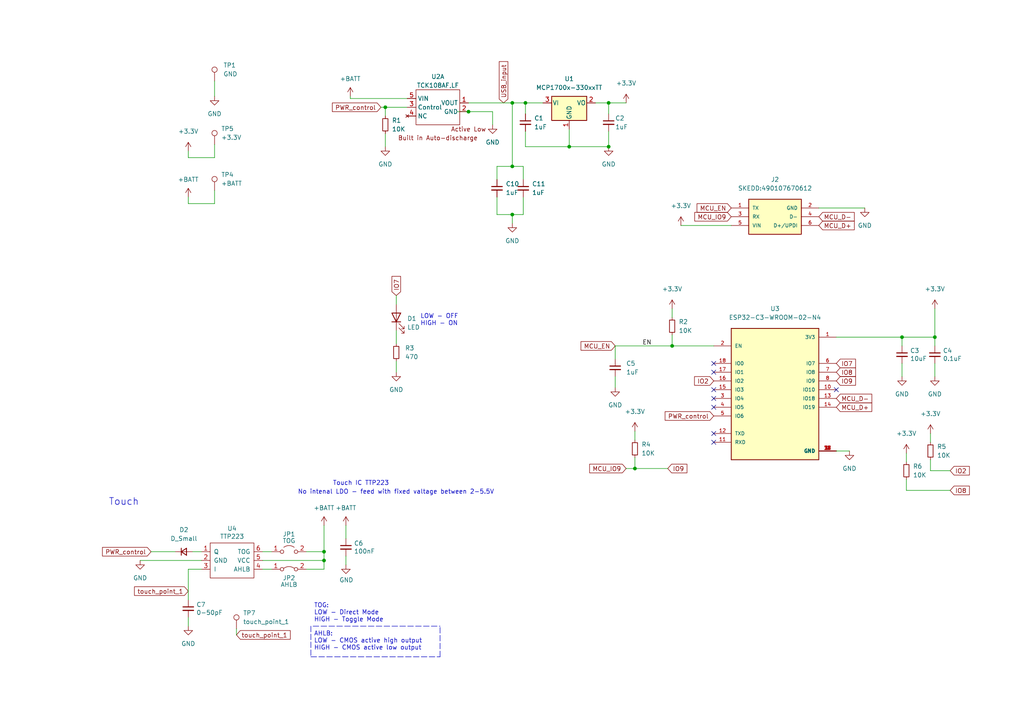
<source format=kicad_sch>
(kicad_sch (version 20211123) (generator eeschema)
  (paper "A4")
  (title_block (title "<<ID>>_<<project_name>>") (date "<<date>>") (rev "<<version>>") (comment 4 "<<hash>>"))
  (lib_symbols
    (symbol "Connector:TestPoint" (pin_numbers hide) (pin_names (offset 0.762) hide)
      (property "Reference" "TP" (at 0 6.858 0))
      (property "Value" "TestPoint" (at 0 5.08 0))
      (symbol "TestPoint_0_1"
        (circle (center 0 3.302) (radius 0.762))
      )
      (symbol "TestPoint_1_1"
        (pin passive line (at 0 0 90) (length 2.54) (name "1") (number "1"))
      )
    )
    (symbol "Connector:USB_C_Receptacle" (pin_names (offset 1.016))
      (property "Reference" "J" (at -10.16 29.21 0))
      (property "Value" "USB_C_Receptacle" (at 10.16 29.21 0))
      (symbol "USB_C_Receptacle_0_0"
        (rectangle (start -0.254 -35.56) (end 0.254 -34.544))
        (rectangle (start 10.16 -32.766) (end 9.144 -33.274))
        (rectangle (start 10.16 -30.226) (end 9.144 -30.734))
        (rectangle (start 10.16 -25.146) (end 9.144 -25.654))
        (rectangle (start 10.16 -22.606) (end 9.144 -23.114))
        (rectangle (start 10.16 -17.526) (end 9.144 -18.034))
        (rectangle (start 10.16 -14.986) (end 9.144 -15.494))
        (rectangle (start 10.16 -9.906) (end 9.144 -10.414))
        (rectangle (start 10.16 -7.366) (end 9.144 -7.874))
        (rectangle (start 10.16 -2.286) (end 9.144 -2.794))
        (rectangle (start 10.16 0.254) (end 9.144 -0.254))
        (rectangle (start 10.16 5.334) (end 9.144 4.826))
        (rectangle (start 10.16 7.874) (end 9.144 7.366))
        (rectangle (start 10.16 10.414) (end 9.144 9.906))
        (rectangle (start 10.16 12.954) (end 9.144 12.446))
        (rectangle (start 10.16 18.034) (end 9.144 17.526))
        (rectangle (start 10.16 20.574) (end 9.144 20.066))
        (rectangle (start 10.16 25.654) (end 9.144 25.146))
      )
      (symbol "USB_C_Receptacle_0_1"
        (rectangle (start -10.16 27.94) (end 10.16 -35.56) (stroke (width 0.254)) (fill (type background)))
        (arc (start -8.89 -3.81) (mid -6.985 -5.715) (end -5.08 -3.81) (stroke (width 0.508)))
        (arc (start -7.62 -3.81) (mid -6.985 -4.445) (end -6.35 -3.81) (stroke (width 0.254)))
        (arc (start -7.62 -3.81) (mid -6.985 -4.445) (end -6.35 -3.81) (stroke (width 0.254)) (fill (type outline)))
        (rectangle (start -7.62 -3.81) (end -6.35 3.81) (stroke (width 0.254)) (fill (type outline)))
        (arc (start -6.35 3.81) (mid -6.985 4.445) (end -7.62 3.81) (stroke (width 0.254)))
        (arc (start -6.35 3.81) (mid -6.985 4.445) (end -7.62 3.81) (stroke (width 0.254)) (fill (type outline)))
        (arc (start -5.08 3.81) (mid -6.985 5.715) (end -8.89 3.81) (stroke (width 0.508)))
        (polyline (pts (xy -8.89 -3.81) (xy -8.89 3.81)) (stroke (width 0.508)))
        (polyline (pts (xy -5.08 3.81) (xy -5.08 -3.81)) (stroke (width 0.508)))
      )
      (symbol "USB_C_Receptacle_1_1"
        (circle (center -2.54 1.143) (radius 0.635) (stroke (width 0.254)) (fill (type outline)))
        (circle (center 0 -5.842) (radius 1.27) (fill (type outline)))
        (polyline (pts (xy 0 -5.842) (xy 0 4.318)) (stroke (width 0.508)))
        (polyline (pts (xy 0 -3.302) (xy -2.54 -0.762) (xy -2.54 0.508)) (stroke (width 0.508)))
        (polyline (pts (xy 0 -2.032) (xy 2.54 0.508) (xy 2.54 1.778)) (stroke (width 0.508)))
        (polyline (pts (xy -1.27 4.318) (xy 0 6.858) (xy 1.27 4.318) (xy -1.27 4.318)) (stroke (width 0.254)) (fill (type outline)))
        (rectangle (start 1.905 1.778) (end 3.175 3.048) (stroke (width 0.254)) (fill (type outline)))
        (pin passive line (at 0 -40.64 90) (length 5.08) (name "GND") (number "A1"))
        (pin bidirectional line (at 15.24 -15.24 180) (length 5.08) (name "RX2-") (number "A10"))
        (pin bidirectional line (at 15.24 -17.78 180) (length 5.08) (name "RX2+") (number "A11"))
        (pin passive line (at 0 -40.64 90) (length 5.08) hide (name "GND") (number "A12"))
        (pin bidirectional line (at 15.24 -10.16 180) (length 5.08) (name "TX1+") (number "A2"))
        (pin bidirectional line (at 15.24 -7.62 180) (length 5.08) (name "TX1-") (number "A3"))
        (pin passive line (at 15.24 25.4 180) (length 5.08) (name "VBUS") (number "A4"))
        (pin bidirectional line (at 15.24 20.32 180) (length 5.08) (name "CC1") (number "A5"))
        (pin bidirectional line (at 15.24 7.62 180) (length 5.08) (name "D+") (number "A6"))
        (pin bidirectional line (at 15.24 12.7 180) (length 5.08) (name "D-") (number "A7"))
        (pin bidirectional line (at 15.24 -30.48 180) (length 5.08) (name "SBU1") (number "A8"))
        (pin passive line (at 15.24 25.4 180) (length 5.08) hide (name "VBUS") (number "A9"))
        (pin passive line (at 0 -40.64 90) (length 5.08) hide (name "GND") (number "B1"))
        (pin bidirectional line (at 15.24 0 180) (length 5.08) (name "RX1-") (number "B10"))
        (pin bidirectional line (at 15.24 -2.54 180) (length 5.08) (name "RX1+") (number "B11"))
        (pin passive line (at 0 -40.64 90) (length 5.08) hide (name "GND") (number "B12"))
        (pin bidirectional line (at 15.24 -25.4 180) (length 5.08) (name "TX2+") (number "B2"))
        (pin bidirectional line (at 15.24 -22.86 180) (length 5.08) (name "TX2-") (number "B3"))
        (pin passive line (at 15.24 25.4 180) (length 5.08) hide (name "VBUS") (number "B4"))
        (pin bidirectional line (at 15.24 17.78 180) (length 5.08) (name "CC2") (number "B5"))
        (pin bidirectional line (at 15.24 5.08 180) (length 5.08) (name "D+") (number "B6"))
        (pin bidirectional line (at 15.24 10.16 180) (length 5.08) (name "D-") (number "B7"))
        (pin bidirectional line (at 15.24 -33.02 180) (length 5.08) (name "SBU2") (number "B8"))
        (pin passive line (at 15.24 25.4 180) (length 5.08) hide (name "VBUS") (number "B9"))
        (pin passive line (at -7.62 -40.64 90) (length 5.08) (name "SHIELD") (number "S1"))
      )
    )
    (symbol "Connector_Generic:Conn_02x03_Odd_Even" (pin_names (offset 1.016) hide)
      (property "Reference" "J" (at 1.27 5.08 0))
      (property "Value" "Conn_02x03_Odd_Even" (at 1.27 -5.08 0))
      (symbol "Conn_02x03_Odd_Even_1_1"
        (rectangle (start -1.27 -2.413) (end 0 -2.667) (stroke (width 0.1524)))
        (rectangle (start -1.27 0.127) (end 0 -0.127) (stroke (width 0.1524)))
        (rectangle (start -1.27 2.667) (end 0 2.413) (stroke (width 0.1524)))
        (rectangle (start -1.27 3.81) (end 3.81 -3.81) (stroke (width 0.254)) (fill (type background)))
        (rectangle (start 3.81 -2.413) (end 2.54 -2.667) (stroke (width 0.1524)))
        (rectangle (start 3.81 0.127) (end 2.54 -0.127) (stroke (width 0.1524)))
        (rectangle (start 3.81 2.667) (end 2.54 2.413) (stroke (width 0.1524)))
        (pin passive line (at -5.08 2.54 0) (length 3.81) (name "Pin_1") (number "1"))
        (pin passive line (at 7.62 2.54 180) (length 3.81) (name "Pin_2") (number "2"))
        (pin passive line (at -5.08 0 0) (length 3.81) (name "Pin_3") (number "3"))
        (pin passive line (at 7.62 0 180) (length 3.81) (name "Pin_4") (number "4"))
        (pin passive line (at -5.08 -2.54 0) (length 3.81) (name "Pin_5") (number "5"))
        (pin passive line (at 7.62 -2.54 180) (length 3.81) (name "Pin_6") (number "6"))
      )
    )
    (symbol "Connector_custom:SKEDD{colon}490107670612" (pin_names (offset 1.016))
      (property "Reference" "J2" (at 0 10.795 0))
      (property "Value" "SKEDD:490107670612" (at 0 8.255 0))
      (symbol "SKEDD{colon}490107670612_0_0"
        (rectangle (start -7.62 -5.08) (end 7.62 5.08) (stroke (width 0.254)) (fill (type background)))
        (pin passive line (at -12.7 2.54 0) (length 5.08) (name "TX") (number "1"))
        (pin passive line (at 12.7 2.54 180) (length 5.08) (name "GND") (number "2"))
        (pin passive line (at -12.7 0 0) (length 5.08) (name "RX") (number "3"))
        (pin passive line (at 12.7 0 180) (length 5.08) (name "D-") (number "4"))
        (pin passive line (at -12.7 -2.54 0) (length 5.08) (name "VIN") (number "5"))
        (pin passive line (at 12.7 -2.54 180) (length 5.08) (name "D+/UPDI") (number "6"))
      )
    )
    (symbol "Device:C_Small" (pin_numbers hide) (pin_names (offset 0.254) hide)
      (property "Reference" "C" (at 0.254 1.778 0))
      (property "Value" "C_Small" (at 0.254 -2.032 0))
      (symbol "C_Small_0_1"
        (polyline (pts (xy -1.524 -0.508) (xy 1.524 -0.508)) (stroke (width 0.3302)))
        (polyline (pts (xy -1.524 0.508) (xy 1.524 0.508)) (stroke (width 0.3048)))
      )
      (symbol "C_Small_1_1"
        (pin passive line (at 0 2.54 270) (length 2.032) (name "~") (number "1"))
        (pin passive line (at 0 -2.54 90) (length 2.032) (name "~") (number "2"))
      )
    )
    (symbol "Device:D_Small" (pin_numbers hide) (pin_names (offset 0.254) hide)
      (property "Reference" "D" (at -1.27 2.032 0))
      (property "Value" "D_Small" (at -3.81 -2.032 0))
      (symbol "D_Small_0_1"
        (polyline (pts (xy -0.762 -1.016) (xy -0.762 1.016)) (stroke (width 0.254)))
        (polyline (pts (xy -0.762 0) (xy 0.762 0)))
        (polyline (pts (xy 0.762 -1.016) (xy -0.762 0) (xy 0.762 1.016) (xy 0.762 -1.016)) (stroke (width 0.254)))
      )
      (symbol "D_Small_1_1"
        (pin passive line (at -2.54 0 0) (length 1.778) (name "K") (number "1"))
        (pin passive line (at 2.54 0 180) (length 1.778) (name "A") (number "2"))
      )
    )
    (symbol "Device:LED" (pin_numbers hide) (pin_names (offset 1.016) hide)
      (property "Reference" "D" (at 0 2.54 0))
      (property "Value" "LED" (at 0 -2.54 0))
      (symbol "LED_0_1"
        (polyline (pts (xy -1.27 -1.27) (xy -1.27 1.27)) (stroke (width 0.254)))
        (polyline (pts (xy -1.27 0) (xy 1.27 0)))
        (polyline (pts (xy 1.27 -1.27) (xy 1.27 1.27) (xy -1.27 0) (xy 1.27 -1.27)) (stroke (width 0.254)))
        (polyline (pts (xy -3.048 -0.762) (xy -4.572 -2.286) (xy -3.81 -2.286) (xy -4.572 -2.286) (xy -4.572 -1.524)))
        (polyline (pts (xy -1.778 -0.762) (xy -3.302 -2.286) (xy -2.54 -2.286) (xy -3.302 -2.286) (xy -3.302 -1.524)))
      )
      (symbol "LED_1_1"
        (pin passive line (at -3.81 0 0) (length 2.54) (name "K") (number "1"))
        (pin passive line (at 3.81 0 180) (length 2.54) (name "A") (number "2"))
      )
    )
    (symbol "Device:R_Small" (pin_numbers hide) (pin_names (offset 0.254) hide)
      (property "Reference" "R" (at 0.762 0.508 0))
      (property "Value" "R_Small" (at 0.762 -1.016 0))
      (symbol "R_Small_0_1"
        (rectangle (start -0.762 1.778) (end 0.762 -1.778) (stroke (width 0.2032)))
      )
      (symbol "R_Small_1_1"
        (pin passive line (at 0 2.54 270) (length 0.762) (name "~") (number "1"))
        (pin passive line (at 0 -2.54 90) (length 0.762) (name "~") (number "2"))
      )
    )
    (symbol "Jumper:Jumper_2_Bridged" (pin_names (offset 0) hide)
      (property "Reference" "JP" (at 0 1.905 0))
      (property "Value" "Jumper_2_Bridged" (at 0 -2.54 0))
      (symbol "Jumper_2_Bridged_0_0"
        (circle (center -2.032 0) (radius 0.508))
        (circle (center 2.032 0) (radius 0.508))
      )
      (symbol "Jumper_2_Bridged_0_1"
        (arc (start 1.524 0.254) (mid 0 0.762) (end -1.524 0.254))
      )
      (symbol "Jumper_2_Bridged_1_1"
        (pin passive line (at -5.08 0 0) (length 2.54) (name "A") (number "1"))
        (pin passive line (at 5.08 0 180) (length 2.54) (name "B") (number "2"))
      )
    )
    (symbol "Jumper:Jumper_2_Open" (pin_names (offset 0) hide)
      (property "Reference" "JP" (at 0 2.794 0))
      (property "Value" "Jumper_2_Open" (at 0 -2.286 0))
      (symbol "Jumper_2_Open_0_0"
        (circle (center -2.032 0) (radius 0.508))
        (circle (center 2.032 0) (radius 0.508))
      )
      (symbol "Jumper_2_Open_0_1"
        (arc (start 1.524 1.27) (mid 0 1.778) (end -1.524 1.27))
      )
      (symbol "Jumper_2_Open_1_1"
        (pin passive line (at -5.08 0 0) (length 2.54) (name "A") (number "1"))
        (pin passive line (at 5.08 0 180) (length 2.54) (name "B") (number "2"))
      )
    )
    (symbol "LEDs:TTP223" (pin_names (offset 1.016))
      (property "Reference" "U1" (at 0 9.271 0))
      (property "Value" "TTP223" (at 0 6.9596 0))
      (symbol "TTP223_0_1"
        (rectangle (start 6.35 -5.08) (end -6.35 5.08))
      )
      (symbol "TTP223_1_1"
        (pin output line (at -8.89 2.54 0) (length 2.54) (name "Q") (number "1"))
        (pin power_in line (at -8.89 0 0) (length 2.54) (name "GND") (number "2"))
        (pin bidirectional line (at -8.89 -2.54 0) (length 2.54) (name "I") (number "3"))
        (pin input line (at 8.89 -2.54 180) (length 2.54) (name "AHLB") (number "4"))
        (pin power_in line (at 8.89 0 180) (length 2.54) (name "VCC") (number "5"))
        (pin input line (at 8.89 2.54 180) (length 2.54) (name "TOG") (number "6"))
      )
    )
    (symbol "MCU_Espressif_custom:ESP32-C3-WROOM-02-N4" (pin_names (offset 1.016))
      (property "Reference" "U" (at -12.7 21.082 0))
      (property "Value" "ESP32-C3-WROOM-02-N4" (at -12.7 -18.542 0))
      (symbol "ESP32-C3-WROOM-02-N4_0_0"
        (rectangle (start -12.7 -17.78) (end 12.7 20.32) (stroke (width 0.254)) (fill (type background)))
        (pin power_in line (at 17.78 17.78 180) (length 5.08) (name "3V3") (number "1"))
        (pin bidirectional line (at 17.78 2.54 180) (length 5.08) (name "IO10") (number "10"))
        (pin bidirectional line (at -17.78 -12.7 0) (length 5.08) (name "RXD") (number "11"))
        (pin bidirectional line (at -17.78 -10.16 0) (length 5.08) (name "TXD") (number "12"))
        (pin bidirectional line (at 17.78 0 180) (length 5.08) (name "IO18") (number "13"))
        (pin bidirectional line (at 17.78 -2.54 180) (length 5.08) (name "IO19") (number "14"))
        (pin bidirectional line (at -17.78 2.54 0) (length 5.08) (name "IO3") (number "15"))
        (pin bidirectional line (at -17.78 5.08 0) (length 5.08) (name "IO2") (number "16"))
        (pin bidirectional line (at -17.78 7.62 0) (length 5.08) (name "IO1") (number "17"))
        (pin bidirectional line (at -17.78 10.16 0) (length 5.08) (name "IO0") (number "18"))
        (pin power_in line (at 17.78 -15.24 180) (length 5.08) (name "GND") (number "19"))
        (pin input line (at -17.78 15.24 0) (length 5.08) (name "EN") (number "2"))
        (pin power_in line (at 17.78 -15.24 180) (length 5.08) (name "GND") (number "20"))
        (pin power_in line (at 17.78 -15.24 180) (length 5.08) (name "GND") (number "21"))
        (pin power_in line (at 17.78 -15.24 180) (length 5.08) (name "GND") (number "22"))
        (pin power_in line (at 17.78 -15.24 180) (length 5.08) (name "GND") (number "23"))
        (pin power_in line (at 17.78 -15.24 180) (length 5.08) (name "GND") (number "24"))
        (pin power_in line (at 17.78 -15.24 180) (length 5.08) (name "GND") (number "25"))
        (pin power_in line (at 17.78 -15.24 180) (length 5.08) (name "GND") (number "26"))
        (pin power_in line (at 17.78 -15.24 180) (length 5.08) (name "GND") (number "27"))
        (pin power_in line (at 17.78 -15.24 180) (length 5.08) (name "GND") (number "28"))
        (pin power_in line (at 17.78 -15.24 180) (length 5.08) (name "GND") (number "29"))
        (pin bidirectional line (at -17.78 0 0) (length 5.08) (name "IO4") (number "3"))
        (pin power_in line (at 17.78 -15.24 180) (length 5.08) (name "GND") (number "30"))
        (pin power_in line (at 17.78 -15.24 180) (length 5.08) (name "GND") (number "31"))
        (pin power_in line (at 17.78 -15.24 180) (length 5.08) (name "GND") (number "32"))
        (pin power_in line (at 17.78 -15.24 180) (length 5.08) (name "GND") (number "33"))
        (pin power_in line (at 17.78 -15.24 180) (length 5.08) (name "GND") (number "34"))
        (pin power_in line (at 17.78 -15.24 180) (length 5.08) (name "GND") (number "35"))
        (pin power_in line (at 17.78 -15.24 180) (length 5.08) (name "GND") (number "36"))
        (pin power_in line (at 17.78 -15.24 180) (length 5.08) (name "GND") (number "37"))
        (pin power_in line (at 17.78 -15.24 180) (length 5.08) (name "GND") (number "38"))
        (pin power_in line (at 17.78 -15.24 180) (length 5.08) (name "GND") (number "39"))
        (pin bidirectional line (at -17.78 -2.54 0) (length 5.08) (name "IO5") (number "4"))
        (pin bidirectional line (at -17.78 -5.08 0) (length 5.08) (name "IO6") (number "5"))
        (pin bidirectional line (at 17.78 10.16 180) (length 5.08) (name "IO7") (number "6"))
        (pin bidirectional line (at 17.78 7.62 180) (length 5.08) (name "IO8") (number "7"))
        (pin bidirectional line (at 17.78 5.08 180) (length 5.08) (name "IO9") (number "8"))
        (pin power_in line (at 17.78 -15.24 180) (length 5.08) (name "GND") (number "9"))
      )
    )
    (symbol "Power_Management_custom:TCK108AF,LF"
      (property "Reference" "U" (at 0 -6.35 0))
      (property "Value" "TCK108AF,LF" (at 0 6.35 0))
      (symbol "TCK108AF,LF_0_0"
        (text "Active Low" (at 8.89 -6.35 0) (effects (font (size 1.27 1.27))))
        (text "Built in Auto-discharge" (at 0 -8.89 0) (effects (font (size 1.27 1.27))))
      )
      (symbol "TCK108AF,LF_0_1"
        (rectangle (start -6.35 5.08) (end 6.35 -5.08))
      )
      (symbol "TCK108AF,LF_1_1"
        (pin power_out line (at 8.89 1.27 180) (length 2.54) (name "VOUT") (number "1"))
        (pin input line (at 8.89 -1.27 180) (length 2.54) (name "GND") (number "2"))
        (pin input line (at -8.89 0 0) (length 2.54) (name "Control") (number "3"))
        (pin no_connect line (at -8.89 -2.54 0) (length 2.54) (name "NC") (number "4"))
        (pin input line (at -8.89 2.54 0) (length 2.54) (name "VIN") (number "5"))
      )
      (symbol "TCK108AF,LF_2_1"
        (pin no_connect line (at -8.89 -2.54 0) (length 2.54) (name "NC") (number "3-UB"))
        (pin input line (at -5.08 2.54 180) (length 2.54) (name "VIN") (number "A1-UB"))
        (pin power_out line (at 8.89 1.27 180) (length 2.54) (name "VOUT") (number "A2-UB"))
        (pin input line (at 8.89 -1.27 180) (length 2.54) (name "GND") (number "B1-UB"))
        (pin input line (at -8.89 0 0) (length 2.54) (name "Control") (number "B2-UB"))
      )
      (symbol "TCK108AF,LF_3_1"
        (pin no_connect line (at -8.89 -2.54 0) (length 2.54) (name "NC") (number "3-UC"))
        (pin input line (at -5.08 2.54 180) (length 2.54) (name "VIN") (number "A1-UC"))
        (pin power_out line (at 8.89 1.27 180) (length 2.54) (name "VOUT") (number "A2-UC"))
        (pin input line (at 8.89 -1.27 180) (length 2.54) (name "GND") (number "B1-UC"))
        (pin input line (at -8.89 0 0) (length 2.54) (name "Control") (number "B2-UC"))
      )
      (symbol "TCK108AF,LF_4_1"
        (pin no_connect line (at -8.89 -2.54 0) (length 2.54) (name "NC") (number "3-UD"))
        (pin input line (at -5.08 2.54 180) (length 2.54) (name "VIN") (number "A1-UD"))
        (pin power_out line (at 8.89 1.27 180) (length 2.54) (name "VOUT") (number "A2-UD"))
        (pin input line (at 8.89 -1.27 180) (length 2.54) (name "GND") (number "B1-UD"))
        (pin input line (at -8.89 0 0) (length 2.54) (name "Control") (number "B2-UD"))
      )
    )
    (symbol "Regulator_Linear:MCP1700x-330xxTT" (pin_names (offset 0.254))
      (property "Reference" "U" (at -3.81 3.175 0))
      (property "Value" "MCP1700x-330xxTT" (at 0 3.175 0))
      (symbol "MCP1700x-330xxTT_0_1"
        (rectangle (start -5.08 1.905) (end 5.08 -5.08) (stroke (width 0.254)) (fill (type background)))
      )
      (symbol "MCP1700x-330xxTT_1_1"
        (pin power_in line (at 0 -7.62 90) (length 2.54) (name "GND") (number "1"))
        (pin power_out line (at 7.62 0 180) (length 2.54) (name "VO") (number "2"))
        (pin power_in line (at -7.62 0 0) (length 2.54) (name "VI") (number "3"))
      )
    )
    (symbol "Switch:SW_DPDT_x2" (pin_names (offset 0) hide)
      (property "Reference" "SW" (at 0 4.318 0))
      (property "Value" "SW_DPDT_x2" (at 0 -5.08 0))
      (symbol "SW_DPDT_x2_0_0"
        (circle (center -2.032 0) (radius 0.508))
        (circle (center 2.032 -2.54) (radius 0.508))
      )
      (symbol "SW_DPDT_x2_0_1"
        (polyline (pts (xy -1.524 0.254) (xy 1.651 2.286)))
        (circle (center 2.032 2.54) (radius 0.508))
      )
      (symbol "SW_DPDT_x2_1_1"
        (pin passive line (at 5.08 2.54 180) (length 2.54) (name "A") (number "1"))
        (pin passive line (at -5.08 0 0) (length 2.54) (name "B") (number "2"))
        (pin passive line (at 5.08 -2.54 180) (length 2.54) (name "C") (number "3"))
      )
      (symbol "SW_DPDT_x2_2_1"
        (pin passive line (at 5.08 2.54 180) (length 2.54) (name "A") (number "4"))
        (pin passive line (at -5.08 0 0) (length 2.54) (name "B") (number "5"))
        (pin passive line (at 5.08 -2.54 180) (length 2.54) (name "C") (number "6"))
      )
    )
    (symbol "Switch:SW_Push" (pin_numbers hide) (pin_names (offset 1.016) hide)
      (property "Reference" "SW" (at 1.27 2.54 0))
      (property "Value" "SW_Push" (at 0 -1.524 0))
      (symbol "SW_Push_0_1"
        (circle (center -2.032 0) (radius 0.508))
        (polyline (pts (xy 0 1.27) (xy 0 3.048)))
        (polyline (pts (xy 2.54 1.27) (xy -2.54 1.27)))
        (circle (center 2.032 0) (radius 0.508))
        (pin passive line (at -5.08 0 0) (length 2.54) (name "1") (number "1"))
        (pin passive line (at 5.08 0 180) (length 2.54) (name "2") (number "2"))
      )
    )
    (symbol "power:+3.3V" (power) (pin_names (offset 0))
      (property "Value" "+3.3V" (at 0 3.556 0))
      (symbol "+3.3V_0_1"
        (polyline (pts (xy -0.762 1.27) (xy 0 2.54)))
        (polyline (pts (xy 0 0) (xy 0 2.54)))
        (polyline (pts (xy 0 2.54) (xy 0.762 1.27)))
      )
      (symbol "+3.3V_1_1"
        (pin power_in line (at 0 0 90) (length 0) hide (name "+3.3V") (number "1"))
      )
    )
    (symbol "power:+3V3" (power) (pin_names (offset 0))
      (property "Value" "+3V3" (at 0 3.556 0))
      (symbol "+3V3_0_1"
        (polyline (pts (xy -0.762 1.27) (xy 0 2.54)))
        (polyline (pts (xy 0 0) (xy 0 2.54)))
        (polyline (pts (xy 0 2.54) (xy 0.762 1.27)))
      )
      (symbol "+3V3_1_1"
        (pin power_in line (at 0 0 90) (length 0) hide (name "+3V3") (number "1"))
      )
    )
    (symbol "power:+BATT" (power) (pin_names (offset 0))
      (property "Value" "+BATT" (at 0 3.556 0))
      (symbol "+BATT_0_1"
        (polyline (pts (xy -0.762 1.27) (xy 0 2.54)))
        (polyline (pts (xy 0 0) (xy 0 2.54)))
        (polyline (pts (xy 0 2.54) (xy 0.762 1.27)))
      )
      (symbol "+BATT_1_1"
        (pin power_in line (at 0 0 90) (length 0) hide (name "+BATT") (number "1"))
      )
    )
    (symbol "power:GND" (power) (pin_names (offset 0))
      (property "Value" "GND" (at 0 -3.81 0))
      (symbol "GND_0_1"
        (polyline (pts (xy 0 0) (xy 0 -1.27) (xy 1.27 -1.27) (xy 0 -2.54) (xy -1.27 -1.27) (xy 0 -1.27)))
      )
      (symbol "GND_1_1"
        (pin power_in line (at 0 0 270) (length 0) hide (name "GND") (number "1"))
      )
    )
    (symbol "power:GND2" (power) (pin_names (offset 0))
      (property "Value" "GND2" (at 0 -3.81 0))
      (symbol "GND2_0_1"
        (polyline (pts (xy 0 0) (xy 0 -1.27) (xy 1.27 -1.27) (xy 0 -2.54) (xy -1.27 -1.27) (xy 0 -1.27)))
      )
      (symbol "GND2_1_1"
        (pin power_in line (at 0 0 270) (length 0) hide (name "GND2") (number "1"))
      )
    )
    (symbol "power:VBUS" (power) (pin_names (offset 0))
      (property "Value" "VBUS" (at 0 3.81 0))
      (symbol "VBUS_0_1"
        (polyline (pts (xy -0.762 1.27) (xy 0 2.54)))
        (polyline (pts (xy 0 0) (xy 0 2.54)))
        (polyline (pts (xy 0 2.54) (xy 0.762 1.27)))
      )
      (symbol "VBUS_1_1"
        (pin power_in line (at 0 0 90) (length 0) hide (name "VBUS") (number "1"))
      )
    )
    (symbol "power:VDD" (power) (pin_names (offset 0))
      (property "Value" "VDD" (at 0 3.81 0))
      (symbol "VDD_0_1"
        (polyline (pts (xy -0.762 1.27) (xy 0 2.54)))
        (polyline (pts (xy 0 0) (xy 0 2.54)))
        (polyline (pts (xy 0 2.54) (xy 0.762 1.27)))
      )
      (symbol "VDD_1_1"
        (pin power_in line (at 0 0 90) (length 0) hide (name "VDD") (number "1"))
      )
    )
  )
  (junction (at 449.707 48.26))
  (junction (at 449.707 43.18))
  (junction (at 165.1 42.545))
  (junction (at 261.62 97.79))
  (junction (at 388.62 65.405))
  (junction (at 93.98 160.02))
  (junction (at 148.59 29.845))
  (junction (at 271.145 97.79))
  (junction (at 429.26 96.774))
  (junction (at 364.49 52.705))
  (junction (at 148.59 48.26))
  (junction (at 135.89 32.385))
  (junction (at 148.59 62.23))
  (junction (at 377.19 65.405))
  (junction (at 111.76 31.115))
  (junction (at 194.945 100.33))
  (junction (at 465.455 46.355))
  (junction (at 176.53 42.545))
  (junction (at 388.62 52.705))
  (junction (at 152.4 29.845))
  (junction (at 176.53 29.845))
  (junction (at 93.98 162.56))
  (junction (at 184.15 135.89))
  (no_connect (at 448.437 64.77))
  (no_connect (at 207.01 125.73))
  (no_connect (at 448.437 80.01))
  (no_connect (at 207.01 128.27))
  (no_connect (at 207.01 105.41))
  (no_connect (at 448.437 72.39))
  (no_connect (at 448.437 85.09))
  (no_connect (at 207.01 118.11))
  (no_connect (at 448.437 77.47))
  (no_connect (at 448.437 57.15))
  (no_connect (at 448.437 62.23))
  (no_connect (at 448.437 69.85))
  (no_connect (at 207.01 113.03))
  (no_connect (at 448.437 87.63))
  (no_connect (at 448.437 54.61))
  (no_connect (at 207.01 115.57))
  (no_connect (at 242.57 113.03))
  (no_connect (at 207.01 107.95))
  (wire (pts (xy 388.62 60.96) (xy 388.62 65.405)))
  (wire (pts (xy 43.815 160.02) (xy 50.8 160.02)))
  (wire (pts (xy 135.89 29.845) (xy 148.59 29.845)))
  (wire (pts (xy 68.58 184.15) (xy 68.58 182.372)))
  (wire (pts (xy 269.875 133.35) (xy 269.875 136.525)))
  (wire (pts (xy 449.707 48.26) (xy 451.612 48.26)))
  (wire (pts (xy 242.57 130.81) (xy 246.38 130.81)))
  (wire (pts (xy 181.61 135.89) (xy 184.15 135.89)))
  (wire (pts (xy 110.49 31.115) (xy 111.76 31.115)))
  (polyline (pts (xy 127.635 190.5) (xy 127.635 181.61)))
  (wire (pts (xy 148.59 62.23) (xy 148.59 64.77)))
  (wire (pts (xy 54.61 59.055) (xy 62.23 59.055)))
  (wire (pts (xy 425.577 96.774) (xy 425.577 95.25)))
  (wire (pts (xy 425.577 96.774) (xy 429.26 96.774)))
  (wire (pts (xy 144.145 62.23) (xy 148.59 62.23)))
  (wire (pts (xy 152.4 29.845) (xy 152.4 33.02)))
  (wire (pts (xy 62.23 23.495) (xy 62.23 27.94)))
  (wire (pts (xy 261.62 105.41) (xy 261.62 109.22)))
  (wire (pts (xy 449.707 46.99) (xy 449.707 48.26)))
  (wire (pts (xy 197.485 65.405) (xy 212.09 65.405)))
  (wire (pts (xy 76.2 162.56) (xy 93.98 162.56)))
  (wire (pts (xy 118.11 28.575) (xy 101.6 28.575)))
  (wire (pts (xy 351.155 55.88) (xy 351.155 59.055)))
  (wire (pts (xy 100.33 161.29) (xy 100.33 163.83)))
  (wire (pts (xy 58.42 165.1) (xy 54.61 165.1)))
  (wire (pts (xy 237.49 60.325) (xy 250.825 60.325)))
  (wire (pts (xy 184.15 125.095) (xy 184.15 127.635)))
  (wire (pts (xy 111.76 33.655) (xy 111.76 31.115)))
  (wire (pts (xy 62.23 45.72) (xy 62.23 41.91)))
  (wire (pts (xy 148.59 29.845) (xy 148.59 48.26)))
  (wire (pts (xy 465.455 46.355) (xy 466.725 46.355)))
  (wire (pts (xy 261.62 97.79) (xy 261.62 100.33)))
  (wire (pts (xy 391.16 29.21) (xy 402.59 29.21)))
  (wire (pts (xy 135.89 32.385) (xy 142.875 32.385)))
  (wire (pts (xy 466.725 34.29) (xy 448.437 34.29)))
  (wire (pts (xy 269.875 125.73) (xy 269.875 128.27)))
  (wire (pts (xy 54.61 45.72) (xy 62.23 45.72)))
  (wire (pts (xy 152.4 42.545) (xy 165.1 42.545)))
  (wire (pts (xy 448.437 44.45) (xy 449.707 44.45)))
  (wire (pts (xy 377.19 65.405) (xy 388.62 65.405)))
  (wire (pts (xy 148.59 48.26) (xy 144.145 48.26)))
  (wire (pts (xy 88.9 160.02) (xy 93.98 160.02)))
  (wire (pts (xy 340.995 55.88) (xy 351.155 55.88)))
  (wire (pts (xy 377.19 60.325) (xy 377.19 65.405)))
  (wire (pts (xy 466.725 46.355) (xy 466.725 44.45)))
  (wire (pts (xy 271.145 97.79) (xy 271.145 100.33)))
  (wire (pts (xy 114.935 104.775) (xy 114.935 107.95)))
  (wire (pts (xy 271.145 109.22) (xy 271.145 105.41)))
  (wire (pts (xy 114.935 85.725) (xy 114.935 88.265)))
  (wire (pts (xy 178.435 100.33) (xy 194.945 100.33)))
  (wire (pts (xy 364.49 52.705) (xy 369.57 52.705)))
  (wire (pts (xy 448.437 46.99) (xy 449.707 46.99)))
  (wire (pts (xy 178.435 104.14) (xy 178.435 100.33)))
  (wire (pts (xy 148.59 29.845) (xy 152.4 29.845)))
  (wire (pts (xy 76.2 160.02) (xy 78.74 160.02)))
  (wire (pts (xy 144.145 57.15) (xy 144.145 62.23)))
  (wire (pts (xy 364.49 60.96) (xy 364.49 65.405)))
  (wire (pts (xy 464.185 44.45) (xy 464.185 46.355)))
  (wire (pts (xy 172.72 29.845) (xy 176.53 29.845)))
  (wire (pts (xy 261.62 97.79) (xy 271.145 97.79)))
  (wire (pts (xy 178.435 109.22) (xy 178.435 112.395)))
  (wire (pts (xy 464.185 36.83) (xy 464.185 39.37)))
  (wire (pts (xy 391.16 24.13) (xy 397.51 24.13)))
  (wire (pts (xy 132.715 32.385) (xy 135.89 32.385)))
  (wire (pts (xy 396.875 84.455) (xy 399.415 84.455)))
  (wire (pts (xy 152.4 38.1) (xy 152.4 42.545)))
  (wire (pts (xy 40.64 162.56) (xy 58.42 162.56)))
  (wire (pts (xy 114.935 95.885) (xy 114.935 99.695)))
  (wire (pts (xy 242.57 97.79) (xy 261.62 97.79)))
  (wire (pts (xy 466.725 39.37) (xy 466.725 34.29)))
  (wire (pts (xy 464.185 46.355) (xy 465.455 46.355)))
  (wire (pts (xy 151.765 52.07) (xy 151.765 48.26)))
  (wire (pts (xy 111.76 38.735) (xy 111.76 42.545)))
  (wire (pts (xy 54.61 57.15) (xy 54.61 59.055)))
  (wire (pts (xy 176.53 29.845) (xy 176.53 33.02)))
  (wire (pts (xy 165.1 37.465) (xy 165.1 42.545)))
  (wire (pts (xy 101.6 28.575) (xy 101.6 27.94)))
  (wire (pts (xy 88.9 165.1) (xy 93.98 165.1)))
  (wire (pts (xy 176.53 29.845) (xy 181.61 29.845)))
  (polyline (pts (xy 90.17 181.61) (xy 90.17 190.5)))
  (wire (pts (xy 271.145 89.535) (xy 271.145 97.79)))
  (wire (pts (xy 449.707 44.45) (xy 449.707 43.18)))
  (wire (pts (xy 372.745 84.455) (xy 372.745 87.63)))
  (wire (pts (xy 262.89 131.445) (xy 262.89 133.985)))
  (wire (pts (xy 54.61 165.1) (xy 54.61 173.99)))
  (wire (pts (xy 93.98 152.4) (xy 93.98 160.02)))
  (wire (pts (xy 93.98 160.02) (xy 93.98 162.56)))
  (wire (pts (xy 54.61 181.61) (xy 54.61 179.07)))
  (polyline (pts (xy 90.805 181.61) (xy 127.635 181.61)))
  (wire (pts (xy 372.745 26.67) (xy 381 26.67)))
  (wire (pts (xy 62.23 59.055) (xy 62.23 55.245)))
  (wire (pts (xy 111.76 31.115) (xy 118.11 31.115)))
  (wire (pts (xy 144.145 48.26) (xy 144.145 52.07)))
  (wire (pts (xy 465.455 48.26) (xy 465.455 46.355)))
  (wire (pts (xy 148.59 62.23) (xy 151.765 62.23)))
  (wire (pts (xy 184.15 132.715) (xy 184.15 135.89)))
  (wire (pts (xy 399.415 84.455) (xy 399.415 87.63)))
  (wire (pts (xy 449.707 41.91) (xy 449.707 43.18)))
  (wire (pts (xy 148.59 48.26) (xy 151.765 48.26)))
  (wire (pts (xy 449.707 49.53) (xy 449.707 48.26)))
  (wire (pts (xy 100.33 152.4) (xy 100.33 156.21)))
  (wire (pts (xy 364.49 52.705) (xy 364.49 55.88)))
  (wire (pts (xy 448.437 29.21) (xy 454.025 29.21)))
  (wire (pts (xy 388.62 52.705) (xy 388.62 55.88)))
  (wire (pts (xy 176.53 38.1) (xy 176.53 42.545)))
  (wire (pts (xy 194.945 89.535) (xy 194.945 92.075)))
  (wire (pts (xy 449.707 43.18) (xy 451.612 43.18)))
  (wire (pts (xy 364.49 65.405) (xy 377.19 65.405)))
  (wire (pts (xy 151.765 57.15) (xy 151.765 62.23)))
  (wire (pts (xy 318.135 60.96) (xy 328.295 60.96)))
  (wire (pts (xy 448.437 36.83) (xy 464.185 36.83)))
  (wire (pts (xy 448.437 49.53) (xy 449.707 49.53)))
  (wire (pts (xy 448.437 41.91) (xy 449.707 41.91)))
  (wire (pts (xy 262.89 142.24) (xy 275.59 142.24)))
  (wire (pts (xy 370.205 84.455) (xy 372.745 84.455)))
  (wire (pts (xy 262.89 139.065) (xy 262.89 142.24)))
  (wire (pts (xy 269.875 136.525) (xy 275.59 136.525)))
  (wire (pts (xy 354.33 29.21) (xy 362.585 29.21)))
  (wire (pts (xy 78.74 165.1) (xy 76.2 165.1)))
  (wire (pts (xy 93.98 165.1) (xy 93.98 162.56)))
  (polyline (pts (xy 90.17 190.5) (xy 127.635 190.5)))
  (wire (pts (xy 384.81 52.705) (xy 388.62 52.705)))
  (wire (pts (xy 165.1 42.545) (xy 176.53 42.545)))
  (wire (pts (xy 184.15 135.89) (xy 193.675 135.89)))
  (wire (pts (xy 194.945 97.155) (xy 194.945 100.33)))
  (wire (pts (xy 152.4 29.845) (xy 157.48 29.845)))
  (wire (pts (xy 54.61 43.815) (xy 54.61 45.72)))
  (wire (pts (xy 433.197 96.774) (xy 433.197 95.25)))
  (wire (pts (xy 429.26 96.774) (xy 433.197 96.774)))
  (wire (pts (xy 142.875 32.385) (xy 142.875 36.195)))
  (wire (pts (xy 55.88 160.02) (xy 58.42 160.02)))
  (wire (pts (xy 194.945 100.33) (xy 207.01 100.33)))
  (text "No intenal LDO - feed with fixed valtage between 2-5.5V" (at 86.36 143.51 0) (effects (font (size 1.27 1.27)) (justify left bottom)))
  (text "LOW - OFF\nHIGH - ON" (at 121.92 94.615 0) (effects (font (size 1.27 1.27)) (justify left bottom)))
  (text "Touch" (at 31.496 146.812 0) (effects (font (size 2 2)) (justify left bottom)))
  (text "TOG:\nLOW - Direct Mode\nHIGH - Toggle Mode\n\nAHLB:\nLOW - CMOS active high output\nHIGH - CMOS active low output" (at 91.059 188.722 0) (effects (font (size 1.27 1.27)) (justify left bottom)))
  (text "Touch IC TTP223" (at 96.52 140.97 0) (effects (font (size 1.27 1.27)) (justify left bottom)))
  (label "CC2" (at 459.359 36.83 0))
  (label "EN" (at 186.309 100.33 0))
  (label "D+" (at 448.945 46.99 0))
  (label "CC1" (at 459.359 34.29 0))
  (label "D-" (at 448.945 41.91 0))
  (global_label "D+" (shape input) (at 451.612 48.26 0) (property "Intersheet References" "${INTERSHEET_REFS}" (effects hide)))
  (global_label "MCU_EN" (shape input) (at 212.09 60.325 180) (property "Intersheet References" "${INTERSHEET_REFS}" (effects hide)))
  (global_label "IO9" (shape input) (at 193.675 135.89 0) (property "Intersheet References" "${INTERSHEET_REFS}" (effects hide)))
  (global_label "IO2" (shape input) (at 207.01 110.49 180) (property "Intersheet References" "${INTERSHEET_REFS}" (effects hide)))
  (global_label "USB_input" (shape input) (at 146.05 29.845 90) (property "Intersheet References" "${INTERSHEET_REFS}" (effects hide)))
  (global_label "Ex_IO9" (shape input) (at 328.295 58.42 180) (property "Intersheet References" "${INTERSHEET_REFS}" (effects hide)))
  (global_label "PWR_control" (shape input) (at 43.815 160.02 180) (property "Intersheet References" "${INTERSHEET_REFS}" (effects hide)))
  (global_label "IO8" (shape input) (at 275.59 142.24 0) (property "Intersheet References" "${INTERSHEET_REFS}" (effects hide)))
  (global_label "MCU_D+" (shape input) (at 242.57 118.11 0) (property "Intersheet References" "${INTERSHEET_REFS}" (effects hide)))
  (global_label "MCU_D-" (shape input) (at 242.57 115.57 0) (property "Intersheet References" "${INTERSHEET_REFS}" (effects hide)))
  (global_label "Ex_EN" (shape input) (at 360.045 84.455 180) (property "Intersheet References" "${INTERSHEET_REFS}" (effects hide)))
  (global_label "D-" (shape input) (at 340.995 58.42 0) (property "Intersheet References" "${INTERSHEET_REFS}" (effects hide)))
  (global_label "MCU_D-" (shape input) (at 237.49 62.865 0) (property "Intersheet References" "${INTERSHEET_REFS}" (effects hide)))
  (global_label "D+" (shape input) (at 340.995 60.96 0) (property "Intersheet References" "${INTERSHEET_REFS}" (effects hide)))
  (global_label "Ex_EN" (shape input) (at 328.295 55.88 180) (property "Intersheet References" "${INTERSHEET_REFS}" (effects hide)))
  (global_label "D-" (shape input) (at 451.612 43.18 0) (property "Intersheet References" "${INTERSHEET_REFS}" (effects hide)))
  (global_label "touch_point_1" (shape input) (at 68.58 184.15 0) (property "Intersheet References" "${INTERSHEET_REFS}" (effects hide)))
  (global_label "PWR_control" (shape input) (at 207.01 120.65 180) (property "Intersheet References" "${INTERSHEET_REFS}" (effects hide)))
  (global_label "PWR_control" (shape input) (at 110.49 31.115 180) (property "Intersheet References" "${INTERSHEET_REFS}" (effects hide)))
  (global_label "MCU_D+" (shape input) (at 237.49 65.405 0) (property "Intersheet References" "${INTERSHEET_REFS}" (effects hide)))
  (global_label "MCU_IO9" (shape input) (at 181.61 135.89 180) (property "Intersheet References" "${INTERSHEET_REFS}" (effects hide)))
  (global_label "IO2" (shape input) (at 275.59 136.525 0) (property "Intersheet References" "${INTERSHEET_REFS}" (effects hide)))
  (global_label "IO7" (shape input) (at 114.935 85.725 90) (property "Intersheet References" "${INTERSHEET_REFS}" (effects hide)))
  (global_label "Ex_IO9" (shape input) (at 386.715 84.455 180) (property "Intersheet References" "${INTERSHEET_REFS}" (effects hide)))
  (global_label "touch_point_1" (shape input) (at 54.61 171.45 180) (property "Intersheet References" "${INTERSHEET_REFS}" (effects hide)))
  (global_label "IO8" (shape input) (at 242.57 107.95 0) (property "Intersheet References" "${INTERSHEET_REFS}" (effects hide)))
  (global_label "IO9" (shape input) (at 242.57 110.49 0) (property "Intersheet References" "${INTERSHEET_REFS}" (effects hide)))
  (global_label "MCU_EN" (shape input) (at 178.435 100.33 180) (property "Intersheet References" "${INTERSHEET_REFS}" (effects hide)))
  (global_label "IO7" (shape input) (at 242.57 105.41 0) (property "Intersheet References" "${INTERSHEET_REFS}" (effects hide)))
  (global_label "MCU_IO9" (shape input) (at 212.09 62.865 180) (property "Intersheet References" "${INTERSHEET_REFS}" (effects hide)))
  (symbol (lib_id "Device:C_Small") (at 100.33 158.75 0) (unit 1)
    (property "Reference" "C6" (at 102.6668 157.5816 0) (effects (justify left)))
    (property "Value" "100nF" (at 102.6668 159.893 0) (effects (justify left)))
    (property "Footprint" "Capacitor_SMD:C_0805_2012Metric" (effects hide))
  )
  (symbol (lib_id "power:GND") (at 261.62 109.22 0) (unit 1)
    (property "Reference" "#PWR0116" (effects hide))
    (property "Value" "GND" (at 261.62 114.3 0))
  )
  (symbol (lib_id "Power_Management_custom:TCK108AF,LF") (at 127 31.115 0) (unit 1)
    (property "Reference" "U2" (at 127 22.225 0))
    (property "Value" "TCK108AF,LF" (at 127 24.765 0))
    (property "Footprint" "Package_TO_SOT_SMD:SOT-23-5" (effects hide))
    (property "Datasheet" "https://toshiba.semicon-storage.com/info/TCK108AF_datasheet_en_20151229.pdf?did=53240&prodName=TCK108AF" (effects hide))
  )
  (symbol (lib_id "power:+3.3V") (at 271.145 89.535 0) (unit 1)
    (property "Reference" "#PWR0117" (effects hide))
    (property "Value" "+3.3V" (at 271.145 83.82 0))
  )
  (symbol (lib_id "Device:R_Small") (at 464.185 41.91 180) (unit 1)
    (property "Reference" "R7" (at 462.6864 43.0784 0) (effects (justify left)))
    (property "Value" "5.1k" (at 462.6864 40.767 0) (effects (justify left)))
    (property "Footprint" "Resistor_SMD:R_0805_2012Metric" (effects hide))
  )
  (symbol (lib_id "power:+3.3V") (at 262.89 131.445 0) (unit 1)
    (property "Reference" "#PWR0114" (effects hide))
    (property "Value" "+3.3V" (at 262.89 125.73 0))
  )
  (symbol (lib_id "Device:C_Small") (at 261.62 102.87 0) (unit 1)
    (property "Reference" "C3" (at 263.9568 101.7016 0) (effects (justify left)))
    (property "Value" "10uF" (at 263.9568 104.013 0) (effects (justify left)))
    (property "Footprint" "Capacitor_SMD:C_0805_2012Metric" (effects hide))
  )
  (symbol (lib_id "power:+BATT") (at 100.33 152.4 0) (unit 1)
    (property "Reference" "#PWR0125" (effects hide))
    (property "Value" "+BATT" (at 100.33 147.32 0))
  )
  (symbol (lib_id "power:+3.3V") (at 269.875 125.73 0) (unit 1)
    (property "Reference" "#PWR0115" (effects hide))
    (property "Value" "+3.3V" (at 269.875 120.015 0))
  )
  (symbol (lib_id "Switch:SW_DPDT_x2") (at 386.08 26.67 0) (unit 1)
    (property "Reference" "SW3" (at 386.08 19.05 0))
    (property "Value" "5V/3.3V" (at 386.08 21.59 0))
    (property "Footprint" "Button_Switch_SMD:SW_DPDT_CK_JS202011JCQN" (effects hide))
  )
  (symbol (lib_id "Switch:SW_DPDT_x2") (at 367.665 29.21 0) (unit 1)
    (property "Reference" "SW4" (at 367.665 21.59 0))
    (property "Value" "VDD/NC" (at 367.665 24.13 0))
    (property "Footprint" "Button_Switch_SMD:SW_DPDT_CK_JS202011JCQN" (effects hide))
  )
  (symbol (lib_id "power:GND") (at 176.53 42.545 0) (unit 1)
    (property "Reference" "#PWR0113" (effects hide))
    (property "Value" "GND" (at 176.53 47.625 0))
  )
  (symbol (lib_id "MCU_Espressif_custom:ESP32-C3-WROOM-02-N4") (at 224.79 115.57 0) (unit 1)
    (property "Reference" "U3" (at 224.79 89.535 0))
    (property "Value" "ESP32-C3-WROOM-02-N4" (at 224.79 92.075 0))
    (property "Footprint" "MCU_Espressif_custom:MODULE_ESP32-C3-WROOM-02-H4" (effects hide))
    (property "DESCRIPTION" "WiFi Modules (802.11) (Engineering Samples) SMD module, ESP32-C3, 4MB SPI flash, PCB antenna, -40 C +105 C" (effects hide))
    (property "MF" "Espressif Systems" (effects hide))
    (property "AVAILABILITY" "In Stock" (effects hide))
    (property "PRICE" "None" (effects hide))
    (property "PACKAGE" "Package" (effects hide))
    (property "MP" "ESP32-C3-WROOM-02-H4" (effects hide))
    (property "PURCHASE-URL" "https://pricing.snapeda.com/search/part/ESP32-C3-WROOM-02-H4/?ref=eda" (effects hide))
  )
  (symbol (lib_id "Connector:TestPoint") (at 68.58 182.372 0) (unit 1)
    (property "Reference" "TP7" (at 70.485 177.7999 0) (effects (justify left)))
    (property "Value" "touch_point_1" (at 70.485 180.3399 0) (effects (justify left)))
  )
  (symbol (lib_id "power:GND2") (at 388.62 65.405 0) (unit 1)
    (property "Reference" "#PWR?" (effects hide))
    (property "Value" "GND2" (at 388.62 69.85 0))
  )
  (symbol (lib_id "Jumper:Jumper_2_Open") (at 83.82 160.02 0) (unit 1)
    (property "Reference" "JP1" (at 83.82 154.94 0))
    (property "Value" "TOG" (at 83.82 156.845 0))
    (property "Footprint" "Jumper:SolderJumper-2_P1.3mm_Open_RoundedPad1.0x1.5mm" (effects hide))
  )
  (symbol (lib_id "Connector:TestPoint") (at 62.23 41.91 0) (unit 1)
    (property "Reference" "TP5" (at 64.135 37.3379 0) (effects (justify left)))
    (property "Value" "+3.3V" (at 64.135 39.8779 0) (effects (justify left)))
    (property "Footprint" "TestPoint:TestPoint_Pad_D2.5mm" (effects hide))
  )
  (symbol (lib_id "power:GND2") (at 372.745 87.63 0) (unit 1)
    (property "Reference" "#PWR?" (effects hide))
    (property "Value" "GND2" (at 372.745 92.075 0))
  )
  (symbol (lib_id "power:VBUS") (at 364.49 52.705 0) (unit 1)
    (property "Reference" "#PWR0128" (effects hide))
    (property "Value" "VBUS" (at 364.49 46.99 0))
  )
  (symbol (lib_id "power:GND") (at 178.435 112.395 0) (unit 1)
    (property "Reference" "#PWR0110" (effects hide))
    (property "Value" "GND" (at 178.435 117.475 0))
  )
  (symbol (lib_id "power:GND") (at 54.61 181.61 0) (unit 1)
    (property "Reference" "#PWR0105" (effects hide))
    (property "Value" "GND" (at 54.61 186.69 0))
  )
  (symbol (lib_id "Device:R_Small") (at 466.725 41.91 180) (unit 1)
    (property "Reference" "R8" (at 471.17 43.18 0) (effects (justify left)))
    (property "Value" "5.1k" (at 472.44 40.64 0) (effects (justify left)))
    (property "Footprint" "Resistor_SMD:R_0805_2012Metric" (effects hide))
  )
  (symbol (lib_id "Regulator_Linear:MCP1700x-330xxTT") (at 165.1 29.845 0) (unit 1)
    (property "Reference" "U1" (at 165.1 22.86 0))
    (property "Value" "MCP1700x-330xxTT" (at 165.1 25.4 0))
    (property "Footprint" "Package_TO_SOT_SMD:SOT-23" (effects hide))
    (property "Datasheet" "http://ww1.microchip.com/downloads/en/DeviceDoc/20001826D.pdf" (effects hide))
  )
  (symbol (lib_id "power:VDD") (at 354.33 29.21 0) (unit 1)
    (property "Reference" "#PWR0134" (effects hide))
    (property "Value" "VDD" (at 354.33 24.13 0))
  )
  (symbol (lib_id "power:+3.3V") (at 54.61 43.815 0) (unit 1)
    (property "Reference" "#PWR0122" (effects hide))
    (property "Value" "+3.3V" (at 54.61 38.1 0))
  )
  (symbol (lib_id "power:+3.3V") (at 181.61 29.845 0) (unit 1)
    (property "Reference" "#PWR0104" (effects hide))
    (property "Value" "+3.3V" (at 181.61 24.13 0))
  )
  (symbol (lib_id "power:VDD") (at 318.135 60.96 0) (unit 1)
    (property "Reference" "#PWR0135" (effects hide))
    (property "Value" "VDD" (at 318.135 55.88 0))
  )
  (symbol (lib_id "Device:R_Small") (at 184.15 130.175 0) (unit 1)
    (property "Reference" "R4" (at 186.055 128.9049 0) (effects (justify left)))
    (property "Value" "10K" (at 186.055 131.4449 0) (effects (justify left)))
    (property "Footprint" "Resistor_SMD:R_0805_2012Metric" (effects hide))
  )
  (symbol (lib_id "power:+3.3V") (at 184.15 125.095 0) (unit 1)
    (property "Reference" "#PWR0108" (effects hide))
    (property "Value" "+3.3V" (at 184.15 119.38 0))
  )
  (symbol (lib_id "power:+BATT") (at 54.61 57.15 0) (unit 1)
    (property "Reference" "#PWR0112" (effects hide))
    (property "Value" "+BATT" (at 54.61 52.07 0))
  )
  (symbol (lib_id "power:GND") (at 100.33 163.83 0) (unit 1)
    (property "Reference" "#PWR0109" (effects hide))
    (property "Value" "GND" (at 100.457 168.2242 0))
  )
  (symbol (lib_id "power:GND") (at 62.23 27.94 0) (unit 1)
    (property "Reference" "#PWR0123" (effects hide))
    (property "Value" "GND" (at 62.23 33.02 0))
  )
  (symbol (lib_id "Device:LED") (at 114.935 92.075 90) (unit 1)
    (property "Reference" "D1" (at 118.11 92.3924 90) (effects (justify right)))
    (property "Value" "LED" (at 118.11 94.9324 90) (effects (justify right)))
    (property "Footprint" "LED_SMD:LED_0603_1608Metric" (effects hide))
  )
  (symbol (lib_id "Connector:USB_C_Receptacle") (at 433.197 54.61 0) (unit 1)
    (property "Reference" "J1" (at 435.9148 22.4282 0))
    (property "Value" "HRO_TYPE-C-31-M-12" (at 435.9148 24.7396 0))
    (property "Footprint" "Connector_USB:USB_C_Receptacle_HRO_TYPE-C-31-M-12" (effects hide))
    (property "Datasheet" "https://www.usb.org/sites/default/files/documents/usb_type-c.zip" (effects hide))
  )
  (symbol (lib_id "Connector_custom:SKEDD{colon}490107670612") (at 224.79 62.865 0) (unit 1)
    (property "Reference" "J2" (at 224.79 52.07 0))
    (property "Value" "SKEDD:490107670612" (at 224.79 54.61 0))
    (property "Footprint" "Connector_custom:WURTH_490107670612" (effects hide))
    (property "MF" "Wurth Electronics" (effects hide))
    (property "MAXIMUM_PACKAGE_HEIGHT" "10.45 mm" (effects hide))
    (property "Package" "None" (effects hide))
    (property "Price" "None" (effects hide))
    (property "Check_prices" "https://www.snapeda.com/parts/490107670612/Wurth+Electronics+Inc./view-part/?ref=eda" (effects hide))
    (property "STANDARD" "Manufacturer Recommendations" (effects hide))
    (property "PARTREV" "002.003" (effects hide))
    (property "SnapEDA_Link" "https://www.snapeda.com/parts/490107670612/Wurth+Electronics+Inc./view-part/?ref=snap" (effects hide))
    (property "MP" "490107670612" (effects hide))
    (property "Description" "6 Position Ribbon Cable Connector Black IDC 28 AWG Through Hole, SKEDD " (effects hide))
    (property "Availability" "In Stock" (effects hide))
    (property "MANUFACTURER" "Würth Elektronik" (effects hide))
  )
  (symbol (lib_id "Device:D_Small") (at 53.34 160.02 0) (unit 1)
    (property "Reference" "D2" (at 53.34 153.67 0))
    (property "Value" "D_Small" (at 53.34 156.21 0))
    (property "Footprint" "Diode_SMD:D_SOD-323" (effects hide))
  )
  (symbol (lib_id "Device:C_Small") (at 388.62 58.42 0) (unit 1)
    (property "Reference" "C9" (at 390.525 57.15 0) (effects (justify left)))
    (property "Value" "1uF" (at 390.525 59.69 0) (effects (justify left)))
    (property "Footprint" "Capacitor_SMD:C_0805_2012Metric" (effects hide))
  )
  (symbol (lib_id "power:+BATT") (at 101.6 27.94 0) (unit 1)
    (property "Reference" "#PWR0127" (effects hide))
    (property "Value" "+BATT" (at 101.6 22.86 0))
  )
  (symbol (lib_id "Device:R_Small") (at 262.89 136.525 0) (unit 1)
    (property "Reference" "R6" (at 264.795 135.2549 0) (effects (justify left)))
    (property "Value" "10K" (at 264.795 137.7949 0) (effects (justify left)))
    (property "Footprint" "Resistor_SMD:R_0805_2012Metric" (effects hide))
  )
  (symbol (lib_id "Device:C_Small") (at 54.61 176.53 0) (unit 1)
    (property "Reference" "C7" (at 56.9468 175.3616 0) (effects (justify left)))
    (property "Value" "0-50pF" (at 56.9468 177.673 0) (effects (justify left)))
    (property "Footprint" "Capacitor_SMD:C_0805_2012Metric" (effects hide))
  )
  (symbol (lib_id "power:GND") (at 111.76 42.545 0) (unit 1)
    (property "Reference" "#PWR0120" (effects hide))
    (property "Value" "GND" (at 111.76 47.625 0))
  )
  (symbol (lib_id "power:GND") (at 250.825 60.325 0) (unit 1)
    (property "Reference" "#PWR0111" (effects hide))
    (property "Value" "GND" (at 250.825 65.405 0))
  )
  (symbol (lib_id "Device:C_Small") (at 152.4 35.56 0) (unit 1)
    (property "Reference" "C1" (at 154.94 34.29 0) (effects (justify left)))
    (property "Value" "1uF" (at 154.94 36.83 0) (effects (justify left)))
    (property "Footprint" "Capacitor_SMD:C_0805_2012Metric" (effects hide))
  )
  (symbol (lib_id "Switch:SW_Push") (at 365.125 84.455 0) (unit 1)
    (property "Reference" "SW1" (at 365.125 76.835 0))
    (property "Value" "EN" (at 365.125 79.375 0))
    (property "Footprint" "Button_Switch_SMD_custom:RKB2" (effects hide))
  )
  (symbol (lib_id "Connector:TestPoint") (at 62.23 55.245 0) (unit 1)
    (property "Reference" "TP4" (at 64.135 50.6729 0) (effects (justify left)))
    (property "Value" "+BATT" (at 64.135 53.2129 0) (effects (justify left)))
    (property "Footprint" "TestPoint:TestPoint_Pad_D2.5mm" (effects hide))
  )
  (symbol (lib_id "power:GND") (at 246.38 130.81 0) (unit 1)
    (property "Reference" "#PWR0119" (effects hide))
    (property "Value" "GND" (at 246.38 135.89 0))
  )
  (symbol (lib_id "Device:R_Small") (at 114.935 102.235 0) (unit 1)
    (property "Reference" "R3" (at 117.475 100.9649 0) (effects (justify left)))
    (property "Value" "470" (at 117.475 103.5049 0) (effects (justify left)))
    (property "Footprint" "Resistor_SMD:R_0805_2012Metric" (effects hide))
  )
  (symbol (lib_id "Device:C_Small") (at 151.765 54.61 0) (unit 1)
    (property "Reference" "C11" (at 154.305 53.34 0) (effects (justify left)))
    (property "Value" "1uF" (at 154.305 55.88 0) (effects (justify left)))
    (property "Footprint" "Capacitor_SMD:C_0805_2012Metric" (effects hide))
  )
  (symbol (lib_id "Device:C_Small") (at 176.53 35.56 0) (unit 1)
    (property "Reference" "C2" (at 178.435 34.29 0) (effects (justify left)))
    (property "Value" "1uF" (at 178.435 36.83 0) (effects (justify left)))
    (property "Footprint" "Capacitor_SMD:C_0805_2012Metric" (effects hide))
  )
  (symbol (lib_id "power:GND2") (at 465.455 48.26 0) (unit 1)
    (property "Reference" "#PWR?" (effects hide))
    (property "Value" "GND2" (at 465.455 52.705 0))
  )
  (symbol (lib_id "Regulator_Linear:MCP1700x-330xxTT") (at 377.19 52.705 0) (unit 1)
    (property "Reference" "U5" (at 377.19 45.72 0))
    (property "Value" "MCP1700x-330xxTT" (at 377.19 48.26 0))
    (property "Footprint" "Package_TO_SOT_SMD:SOT-23" (effects hide))
    (property "Datasheet" "http://ww1.microchip.com/downloads/en/DeviceDoc/20001826D.pdf" (effects hide))
  )
  (symbol (lib_id "power:VBUS") (at 454.025 29.21 0) (unit 1)
    (property "Reference" "#PWR0129" (effects hide))
    (property "Value" "VBUS" (at 454.025 23.495 0))
  )
  (symbol (lib_id "Device:C_Small") (at 364.49 58.42 0) (unit 1)
    (property "Reference" "C8" (at 367.03 57.15 0) (effects (justify left)))
    (property "Value" "1uF" (at 367.03 59.69 0) (effects (justify left)))
    (property "Footprint" "Capacitor_SMD:C_0805_2012Metric" (effects hide))
  )
  (symbol (lib_id "Connector_Generic:Conn_02x03_Odd_Even") (at 333.375 58.42 0) (unit 1)
    (property "Reference" "J3" (at 334.645 49.53 0))
    (property "Value" "Conn_02x03_Odd_Even" (at 334.645 52.07 0))
    (property "Footprint" "Connector_PinHeader_2.54mm:PinHeader_2x03_P2.54mm_Vertical" (effects hide))
  )
  (symbol (lib_id "Device:R_Small") (at 269.875 130.81 0) (unit 1)
    (property "Reference" "R5" (at 271.78 129.5399 0) (effects (justify left)))
    (property "Value" "10K" (at 271.78 132.0799 0) (effects (justify left)))
    (property "Footprint" "Resistor_SMD:R_0805_2012Metric" (effects hide))
  )
  (symbol (lib_id "power:GND") (at 148.59 64.77 0) (unit 1)
    (property "Reference" "#PWR0138" (effects hide))
    (property "Value" "GND" (at 148.59 69.85 0))
  )
  (symbol (lib_id "Device:C_Small") (at 144.145 54.61 0) (unit 1)
    (property "Reference" "C10" (at 146.685 53.34 0) (effects (justify left)))
    (property "Value" "1uF" (at 146.685 55.88 0) (effects (justify left)))
    (property "Footprint" "Capacitor_SMD:C_0805_2012Metric" (effects hide))
  )
  (symbol (lib_id "Device:R_Small") (at 111.76 36.195 0) (unit 1)
    (property "Reference" "R1" (at 113.665 34.9249 0) (effects (justify left)))
    (property "Value" "10K" (at 113.665 37.4649 0) (effects (justify left)))
    (property "Footprint" "Resistor_SMD:R_0805_2012Metric" (effects hide))
  )
  (symbol (lib_id "power:+3.3V") (at 194.945 89.535 0) (unit 1)
    (property "Reference" "#PWR0107" (effects hide))
    (property "Value" "+3.3V" (at 194.945 83.82 0))
  )
  (symbol (lib_id "power:VBUS") (at 397.51 24.13 0) (unit 1)
    (property "Reference" "#PWR0131" (effects hide))
    (property "Value" "VBUS" (at 397.51 18.415 0))
  )
  (symbol (lib_id "power:GND") (at 142.875 36.195 0) (unit 1)
    (property "Reference" "#PWR0121" (effects hide))
    (property "Value" "GND" (at 142.875 41.275 0))
  )
  (symbol (lib_id "power:+BATT") (at 93.98 152.4 0) (unit 1)
    (property "Reference" "#PWR0126" (effects hide))
    (property "Value" "+BATT" (at 93.98 147.32 0))
  )
  (symbol (lib_id "Device:R_Small") (at 194.945 94.615 0) (unit 1)
    (property "Reference" "R2" (at 196.85 93.3449 0) (effects (justify left)))
    (property "Value" "10K" (at 196.85 95.8849 0) (effects (justify left)))
    (property "Footprint" "Resistor_SMD:R_0805_2012Metric" (effects hide))
  )
  (symbol (lib_id "power:+3V3") (at 402.59 29.21 0) (unit 1)
    (property "Reference" "#PWR0133" (effects hide))
    (property "Value" "+3V3" (at 402.59 23.495 0))
  )
  (symbol (lib_id "power:GND2") (at 429.26 96.774 0) (unit 1)
    (property "Reference" "#PWR?" (effects hide))
    (property "Value" "GND2" (at 429.26 101.219 0))
  )
  (symbol (lib_id "Jumper:Jumper_2_Bridged") (at 83.82 165.1 0) (unit 1)
    (property "Reference" "JP2" (at 83.82 167.64 0))
    (property "Value" "AHLB" (at 83.82 169.545 0))
    (property "Footprint" "Jumper:SolderJumper-2_P1.3mm_Open_RoundedPad1.0x1.5mm" (effects hide))
  )
  (symbol (lib_id "power:GND") (at 40.64 162.56 0) (unit 1)
    (property "Reference" "#PWR0106" (effects hide))
    (property "Value" "GND" (at 40.64 167.64 0))
  )
  (symbol (lib_id "LEDs:TTP223") (at 67.31 162.56 0) (unit 1)
    (property "Reference" "U4" (at 67.31 153.289 0))
    (property "Value" "TTP223" (at 67.31 155.6004 0))
    (property "Footprint" "Package_TO_SOT_SMD:SOT-23-6_Handsoldering" (effects hide))
  )
  (symbol (lib_id "power:GND") (at 114.935 107.95 0) (unit 1)
    (property "Reference" "#PWR0124" (effects hide))
    (property "Value" "GND" (at 114.935 113.03 0))
  )
  (symbol (lib_id "Device:C_Small") (at 271.145 102.87 0) (unit 1)
    (property "Reference" "C4" (at 273.4818 101.7016 0) (effects (justify left)))
    (property "Value" "0.1uF" (at 273.4818 104.013 0) (effects (justify left)))
    (property "Footprint" "Capacitor_SMD:C_0805_2012Metric" (effects hide))
  )
  (symbol (lib_id "power:+3V3") (at 388.62 52.705 0) (unit 1)
    (property "Reference" "#PWR0132" (effects hide))
    (property "Value" "+3V3" (at 388.62 46.99 0))
  )
  (symbol (lib_id "Device:C_Small") (at 178.435 106.68 0) (unit 1)
    (property "Reference" "C5" (at 181.61 105.4162 0) (effects (justify left)))
    (property "Value" "1uF" (at 181.61 107.9562 0) (effects (justify left)))
    (property "Footprint" "Capacitor_SMD:C_0805_2012Metric" (effects hide))
  )
  (symbol (lib_id "Switch:SW_Push") (at 391.795 84.455 0) (unit 1)
    (property "Reference" "SW2" (at 391.795 76.073 0))
    (property "Value" "IO9" (at 391.795 78.613 0))
    (property "Footprint" "Button_Switch_SMD_custom:RKB2" (effects hide))
  )
  (symbol (lib_id "power:GND") (at 271.145 109.22 0) (unit 1)
    (property "Reference" "#PWR0118" (effects hide))
    (property "Value" "GND" (at 271.145 114.3 0))
  )
  (symbol (lib_id "power:GND2") (at 399.415 87.63 0) (unit 1)
    (property "Reference" "#PWR?" (effects hide))
    (property "Value" "GND2" (at 399.415 92.075 0))
  )
  (symbol (lib_id "power:GND2") (at 351.155 59.055 0) (unit 1)
    (property "Reference" "#PWR?" (effects hide))
    (property "Value" "GND2" (at 351.155 63.5 0))
  )
  (symbol (lib_id "Connector:TestPoint") (at 62.23 23.495 0) (unit 1)
    (property "Reference" "TP1" (at 64.77 18.9229 0) (effects (justify left)))
    (property "Value" "GND" (at 64.77 21.4629 0) (effects (justify left)))
    (property "Footprint" "TestPoint:TestPoint_Pad_D2.5mm" (effects hide))
  )
  (symbol (lib_id "power:+3.3V") (at 197.485 65.405 0) (unit 1)
    (property "Reference" "#PWR0101" (effects hide))
    (property "Value" "+3.3V" (at 197.485 59.69 0))
  )
)
</source>
